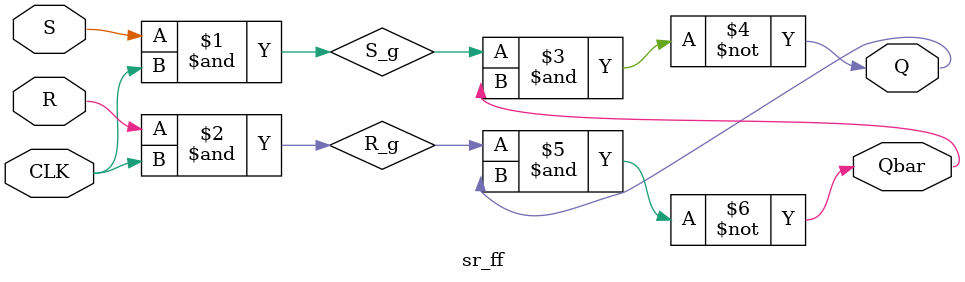
<source format=sv>
`timescale 1ns/1ps
module sr_ff(
    input  S, R, CLK,
    output Q, Qbar
);
    wire S_g, R_g;
    assign #1 S_g = S & CLK;
    assign #1 R_g = R & CLK;

    assign #1 Q    = ~(S_g & Qbar);
    assign #1 Qbar = ~(R_g & Q);

endmodule

</source>
